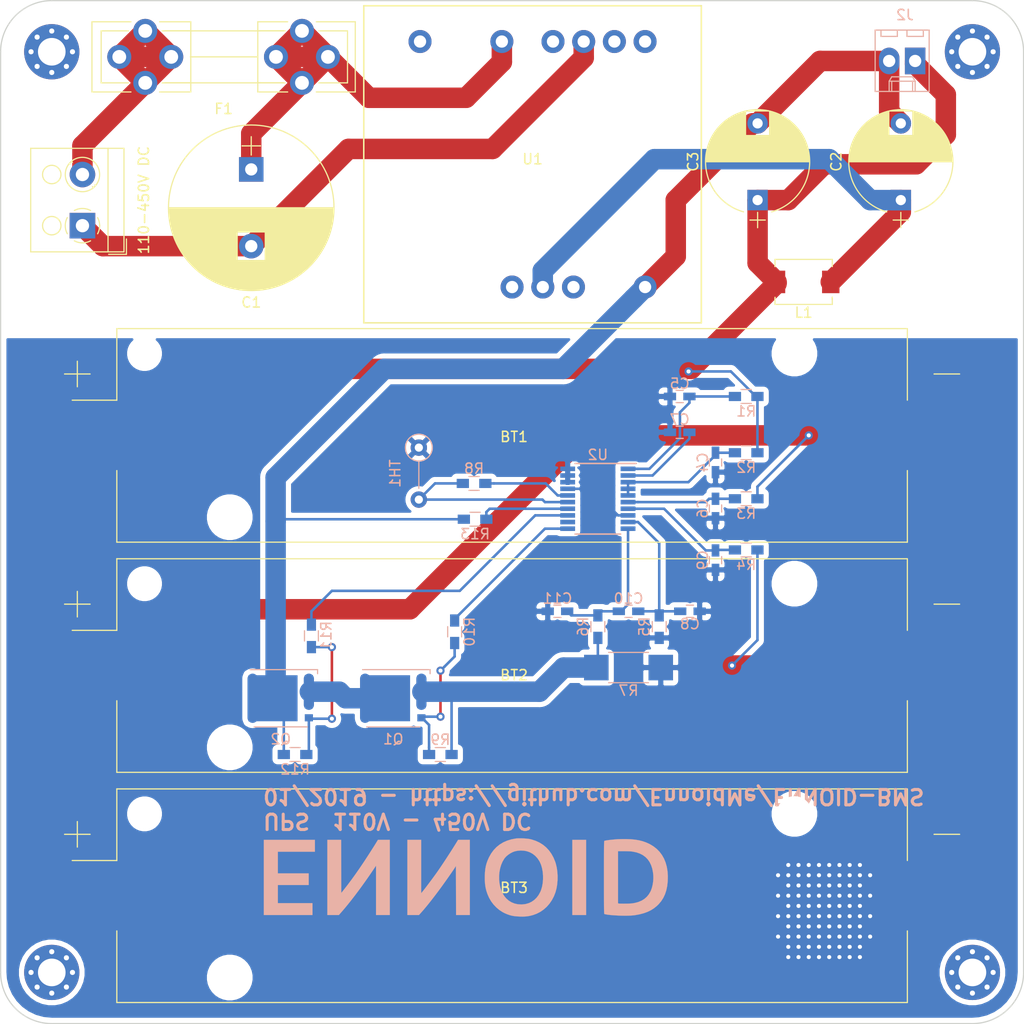
<source format=kicad_pcb>
(kicad_pcb (version 20171130) (host pcbnew 6.0.0-rc1-unknown-5edf350~66~ubuntu18.10.1)
  (layers (0 F.Cu signal) (31 B.Cu signal) (34 B.Paste user) (35 F.Paste user) (36 B.SilkS user) (37 F.SilkS user) (38 B.Mask user) (39 F.Mask user) (44 Edge.Cuts user))
  (net 0 "")
  (net 1 "Net-(BT1-Pad2)")
  (net 2 +12V)
  (net 3 "Net-(BT2-Pad2)")
  (net 4 GND)
  (net 5 "Net-(C1-Pad2)")
  (net 6 "Net-(C1-Pad1)")
  (net 7 "Net-(C2-Pad1)")
  (net 8 "Net-(J3-Pad1)")
  (net 9 "Net-(J4-Pad1)")
  (net 10 "Net-(J5-Pad1)")
  (net 11 "Net-(J6-Pad1)")
  (net 12 "Net-(F1-Pad2)")
  (net 13 GNDREF)
  (net 14 "Net-(C4-Pad1)")
  (net 15 "Net-(C5-Pad1)")
  (net 16 "Net-(C6-Pad1)")
  (net 17 "Net-(C7-Pad1)")
  (net 18 "Net-(C10-Pad1)")
  (net 19 "Net-(C9-Pad1)")
  (net 20 "Net-(C10-Pad2)")
  (net 21 "Net-(Q1-Pad1)")
  (net 22 "Net-(R8-Pad1)")
  (net 23 "Net-(R8-Pad2)")
  (net 24 "Net-(Q1-Pad4)")
  (net 25 "Net-(R10-Pad2)")
  (net 26 "Net-(Q2-Pad4)")
  (net 27 "Net-(R11-Pad2)")
  (net 28 "Net-(R13-Pad2)")
  (net 29 "Net-(Q1-Pad5)")
  (module Battery_Holders:Keystone_1042_1x18650 (layer F.Cu) (at 50 42.5)
    (fp_text reference BT1 (at 0.189999 0.144999) (layer F.SilkS))
    (fp_text value Battery_Cell)
    (pad "" np_thru_hole circle (at -35.93 -8) (size 2.39 2.39) (drill 2.39) (layers *.Cu *.Mask))
    (pad "" np_thru_hole circle (at -27.6 8) (size 3.45 3.45) (drill 3.45) (layers *.Cu *.Mask))
    (pad "" np_thru_hole circle (at 27.6 -8) (size 3.45 3.45) (drill 3.45) (layers *.Cu *.Mask))
    (pad 2 smd rect (at 39.33 0) (size 7.34 6.35) (layers F.Cu F.Paste F.Mask) (net 1 "Net-(BT1-Pad2)"))
    (pad 1 smd rect (at -39.33 0) (size 7.34 6.35) (layers F.Cu F.Paste F.Mask) (net 2 +12V))
  )
  (module Fuse_Holders_and_Fuses:Fuseholder5x20_horiz_open_universal_Type-III (layer F.Cu) (at 32 5.5 180)
    (fp_text reference F1 (at 10.2 -5.08 180) (layer F.SilkS))
    (fp_text value Fuse)
    (pad 1 thru_hole circle (at 2.54 2.54 180) (size 2.35 2.35) (drill 1.35) (layers *.Cu *.Mask) (net 6 "Net-(C1-Pad1)"))
    (pad 1 thru_hole circle (at 2.54 -2.54 180) (size 2.35 2.35) (drill 1.35) (layers *.Cu *.Mask) (net 6 "Net-(C1-Pad1)"))
    (pad 2 thru_hole circle (at 17.86 2.54 180) (size 2.35 2.35) (drill 1.35) (layers *.Cu *.Mask) (net 12 "Net-(F1-Pad2)"))
    (pad 2 thru_hole circle (at 17.86 -2.54 180) (size 2.35 2.35) (drill 1.35) (layers *.Cu *.Mask) (net 12 "Net-(F1-Pad2)"))
    (pad 1 thru_hole circle (at 0 0 180) (size 2.35 2.35) (drill 1.35) (layers *.Cu *.Mask) (net 6 "Net-(C1-Pad1)"))
    (pad 1 thru_hole circle (at 5.08 0 180) (size 2.35 2.35) (drill 1.35) (layers *.Cu *.Mask) (net 6 "Net-(C1-Pad1)"))
    (pad 2 thru_hole circle (at 20.4 0 180) (size 2.35 2.35) (drill 1.35) (layers *.Cu *.Mask) (net 12 "Net-(F1-Pad2)"))
    (pad 2 thru_hole circle (at 15.32 0 180) (size 2.35 2.35) (drill 1.35) (layers *.Cu *.Mask) (net 12 "Net-(F1-Pad2)"))
  )
  (module TerminalBlock_RND:TerminalBlock_RND_205-00001_Pitch5.00mm (layer F.Cu) (at 8 22 90)
    (fp_text reference J1 hide)
    (fp_text value "110-450V DC" (at 2.5 6 90) (layer F.SilkS))
    (pad 1 thru_hole rect (at 0 0 90) (size 2.5 2.5) (drill 1.3) (layers *.Cu *.Mask) (net 5 "Net-(C1-Pad2)"))
    (pad 2 thru_hole circle (at 5 0 90) (size 2.5 2.5) (drill 1.3) (layers *.Cu *.Mask) (net 12 "Net-(F1-Pad2)"))
  )
  (module Battery_Holders:Keystone_1042_1x18650 (layer F.Cu) (at 50 65)
    (fp_text reference BT2 (at 0.189999 0.934999) (layer F.SilkS))
    (fp_text value Battery_Cell)
    (pad 1 smd rect (at -39.33 0) (size 7.34 6.35) (layers F.Cu F.Paste F.Mask) (net 1 "Net-(BT1-Pad2)"))
    (pad 2 smd rect (at 39.33 0) (size 7.34 6.35) (layers F.Cu F.Paste F.Mask) (net 3 "Net-(BT2-Pad2)"))
    (pad "" np_thru_hole circle (at 27.6 -8) (size 3.45 3.45) (drill 3.45) (layers *.Cu *.Mask))
    (pad "" np_thru_hole circle (at -27.6 8) (size 3.45 3.45) (drill 3.45) (layers *.Cu *.Mask))
    (pad "" np_thru_hole circle (at -35.93 -8) (size 2.39 2.39) (drill 2.39) (layers *.Cu *.Mask))
  )
  (module Battery_Holders:Keystone_1042_1x18650 (layer F.Cu) (at 50 87.5)
    (fp_text reference BT3 (at 0.189999 -0.775001) (layer F.SilkS))
    (fp_text value Battery_Cell)
    (pad "" np_thru_hole circle (at -35.93 -8) (size 2.39 2.39) (drill 2.39) (layers *.Cu *.Mask))
    (pad "" np_thru_hole circle (at -27.6 8) (size 3.45 3.45) (drill 3.45) (layers *.Cu *.Mask))
    (pad "" np_thru_hole circle (at 27.6 -8) (size 3.45 3.45) (drill 3.45) (layers *.Cu *.Mask))
    (pad 2 smd rect (at 39.33 0) (size 7.34 6.35) (layers F.Cu F.Paste F.Mask) (net 13 GNDREF))
    (pad 1 smd rect (at -39.33 0) (size 7.34 6.35) (layers F.Cu F.Paste F.Mask) (net 3 "Net-(BT2-Pad2)"))
  )
  (module Capacitors_THT:CP_Radial_D16.0mm_P7.50mm (layer F.Cu) (at 24.5 16.5 270)
    (fp_text reference C1 (at 13 0) (layer F.SilkS))
    (fp_text value "33u 450V")
    (pad 2 thru_hole circle (at 7.5 0 270) (size 2.4 2.4) (drill 1.2) (layers *.Cu *.Mask) (net 5 "Net-(C1-Pad2)"))
    (pad 1 thru_hole rect (at 0 0 270) (size 2.4 2.4) (drill 1.2) (layers *.Cu *.Mask) (net 6 "Net-(C1-Pad1)"))
  )
  (module Capacitors_THT:CP_Radial_D10.0mm_P7.50mm (layer F.Cu) (at 88 19.5 90)
    (fp_text reference C2 (at 3.75 -6.31 90) (layer F.SilkS))
    (fp_text value "220u 35V")
    (pad 2 thru_hole circle (at 7.5 0 90) (size 2 2) (drill 1) (layers *.Cu *.Mask) (net 4 GND))
    (pad 1 thru_hole rect (at 0 0 90) (size 2 2) (drill 1) (layers *.Cu *.Mask) (net 7 "Net-(C2-Pad1)"))
  )
  (module Capacitors_THT:CP_Radial_D10.0mm_P7.50mm (layer F.Cu) (at 74 19.5 90)
    (fp_text reference C3 (at 3.75 -6.31 90) (layer F.SilkS))
    (fp_text value "100u 35V")
    (pad 1 thru_hole rect (at 0 0 90) (size 2 2) (drill 1) (layers *.Cu *.Mask) (net 2 +12V))
    (pad 2 thru_hole circle (at 7.5 0 90) (size 2 2) (drill 1) (layers *.Cu *.Mask) (net 4 GND))
  )
  (module Connectors_Molex:Molex_KK-6410-02_02x2.54mm_Straight (layer B.Cu) (at 89.4 5.9 180)
    (fp_text reference J2 (at 1 4.5 180) (layer B.SilkS) (effects (justify mirror)))
    (fp_text value ExtPower)
    (pad 2 thru_hole oval (at 2.54 0 180) (size 2 2.6) (drill 1.2) (layers *.Cu *.Mask) (net 4 GND))
    (pad 1 thru_hole rect (at 0 0 180) (size 2 2.6) (drill 1.2) (layers *.Cu *.Mask) (net 2 +12V))
  )
  (module ENNOID:TDK_Inductor (layer F.Cu) (at 78.5 27.5 180)
    (fp_text reference L1 (at 0 -3 180) (layer F.SilkS))
    (fp_text value "SRP4020TA-2R2M - 2.2uH 4A")
    (pad 2 smd rect (at 2.65 0 180) (size 1.7 2.2) (layers F.Cu F.Paste F.Mask) (net 2 +12V))
    (pad 1 smd rect (at -2.65 0 180) (size 1.7 2.2) (layers F.Cu F.Paste F.Mask) (net 7 "Net-(C2-Pad1)"))
  )
  (module ENNOID:EPM2405SJ (layer F.Cu) (at 52 16 180)
    (fp_text reference U1 (at 0 0.5 180) (layer F.SilkS))
    (fp_text value EPM2405SJ)
    (pad 4 thru_hole circle (at 2 -12 180) (size 2.25 2.25) (drill 1.2) (layers *.Cu *.Mask))
    (pad 5 thru_hole circle (at -1 -12 180) (size 2.25 2.25) (drill 1.2) (layers *.Cu *.Mask) (net 7 "Net-(C2-Pad1)"))
    (pad 6 thru_hole circle (at -4 -12 180) (size 2.25 2.25) (drill 1.2) (layers *.Cu *.Mask))
    (pad 7 thru_hole circle (at -11 -12 180) (size 2.25 2.25) (drill 1.2) (layers *.Cu *.Mask) (net 4 GND))
    (pad 12 thru_hole circle (at 3 12 180) (size 2.25 2.25) (drill 1.2) (layers *.Cu *.Mask) (net 6 "Net-(C1-Pad1)"))
    (pad 11 thru_hole circle (at -2 12 180) (size 2.25 2.25) (drill 1.2) (layers *.Cu *.Mask))
    (pad 10 thru_hole circle (at -5 12 180) (size 2.25 2.25) (drill 1.2) (layers *.Cu *.Mask) (net 5 "Net-(C1-Pad2)"))
    (pad 9 thru_hole circle (at -8 12 180) (size 2.25 2.25) (drill 1.2) (layers *.Cu *.Mask))
    (pad 8 thru_hole circle (at -11 12 180) (size 2.25 2.25) (drill 1.2) (layers *.Cu *.Mask))
    (pad 14 thru_hole circle (at 11 12 180) (size 2.25 2.25) (drill 1.2) (layers *.Cu *.Mask))
  )
  (module Mounting_Holes:MountingHole_2.7mm_M2.5_Pad_Via (layer F.Cu) (at 5 5)
    (fp_text reference J3 hide)
    (fp_text value Conn_01x01 hide)
    (pad 1 thru_hole circle (at 1.431891 -1.431891) (size 0.8 0.8) (drill 0.5) (layers *.Cu *.Mask) (net 8 "Net-(J3-Pad1)"))
    (pad 1 thru_hole circle (at 0 -2.025) (size 0.8 0.8) (drill 0.5) (layers *.Cu *.Mask) (net 8 "Net-(J3-Pad1)"))
    (pad 1 thru_hole circle (at -1.431891 -1.431891) (size 0.8 0.8) (drill 0.5) (layers *.Cu *.Mask) (net 8 "Net-(J3-Pad1)"))
    (pad 1 thru_hole circle (at -2.025 0) (size 0.8 0.8) (drill 0.5) (layers *.Cu *.Mask) (net 8 "Net-(J3-Pad1)"))
    (pad 1 thru_hole circle (at -1.431891 1.431891) (size 0.8 0.8) (drill 0.5) (layers *.Cu *.Mask) (net 8 "Net-(J3-Pad1)"))
    (pad 1 thru_hole circle (at 0 2.025) (size 0.8 0.8) (drill 0.5) (layers *.Cu *.Mask) (net 8 "Net-(J3-Pad1)"))
    (pad 1 thru_hole circle (at 1.431891 1.431891) (size 0.8 0.8) (drill 0.5) (layers *.Cu *.Mask) (net 8 "Net-(J3-Pad1)"))
    (pad 1 thru_hole circle (at 2.025 0) (size 0.8 0.8) (drill 0.5) (layers *.Cu *.Mask) (net 8 "Net-(J3-Pad1)"))
    (pad 1 thru_hole circle (at 0 0) (size 5.4 5.4) (drill 2.7) (layers *.Cu *.Mask) (net 8 "Net-(J3-Pad1)"))
  )
  (module Mounting_Holes:MountingHole_2.7mm_M2.5_Pad_Via (layer F.Cu) (at 5 95)
    (fp_text reference J4 hide)
    (fp_text value Conn_01x01 hide)
    (pad 1 thru_hole circle (at 0 0) (size 5.4 5.4) (drill 2.7) (layers *.Cu *.Mask) (net 9 "Net-(J4-Pad1)"))
    (pad 1 thru_hole circle (at 2.025 0) (size 0.8 0.8) (drill 0.5) (layers *.Cu *.Mask) (net 9 "Net-(J4-Pad1)"))
    (pad 1 thru_hole circle (at 1.431891 1.431891) (size 0.8 0.8) (drill 0.5) (layers *.Cu *.Mask) (net 9 "Net-(J4-Pad1)"))
    (pad 1 thru_hole circle (at 0 2.025) (size 0.8 0.8) (drill 0.5) (layers *.Cu *.Mask) (net 9 "Net-(J4-Pad1)"))
    (pad 1 thru_hole circle (at -1.431891 1.431891) (size 0.8 0.8) (drill 0.5) (layers *.Cu *.Mask) (net 9 "Net-(J4-Pad1)"))
    (pad 1 thru_hole circle (at -2.025 0) (size 0.8 0.8) (drill 0.5) (layers *.Cu *.Mask) (net 9 "Net-(J4-Pad1)"))
    (pad 1 thru_hole circle (at -1.431891 -1.431891) (size 0.8 0.8) (drill 0.5) (layers *.Cu *.Mask) (net 9 "Net-(J4-Pad1)"))
    (pad 1 thru_hole circle (at 0 -2.025) (size 0.8 0.8) (drill 0.5) (layers *.Cu *.Mask) (net 9 "Net-(J4-Pad1)"))
    (pad 1 thru_hole circle (at 1.431891 -1.431891) (size 0.8 0.8) (drill 0.5) (layers *.Cu *.Mask) (net 9 "Net-(J4-Pad1)"))
  )
  (module Mounting_Holes:MountingHole_2.7mm_M2.5_Pad_Via (layer F.Cu) (at 95 5)
    (fp_text reference J5 hide)
    (fp_text value Conn_01x01 hide)
    (pad 1 thru_hole circle (at 1.431891 -1.431891) (size 0.8 0.8) (drill 0.5) (layers *.Cu *.Mask) (net 10 "Net-(J5-Pad1)"))
    (pad 1 thru_hole circle (at 0 -2.025) (size 0.8 0.8) (drill 0.5) (layers *.Cu *.Mask) (net 10 "Net-(J5-Pad1)"))
    (pad 1 thru_hole circle (at -1.431891 -1.431891) (size 0.8 0.8) (drill 0.5) (layers *.Cu *.Mask) (net 10 "Net-(J5-Pad1)"))
    (pad 1 thru_hole circle (at -2.025 0) (size 0.8 0.8) (drill 0.5) (layers *.Cu *.Mask) (net 10 "Net-(J5-Pad1)"))
    (pad 1 thru_hole circle (at -1.431891 1.431891) (size 0.8 0.8) (drill 0.5) (layers *.Cu *.Mask) (net 10 "Net-(J5-Pad1)"))
    (pad 1 thru_hole circle (at 0 2.025) (size 0.8 0.8) (drill 0.5) (layers *.Cu *.Mask) (net 10 "Net-(J5-Pad1)"))
    (pad 1 thru_hole circle (at 1.431891 1.431891) (size 0.8 0.8) (drill 0.5) (layers *.Cu *.Mask) (net 10 "Net-(J5-Pad1)"))
    (pad 1 thru_hole circle (at 2.025 0) (size 0.8 0.8) (drill 0.5) (layers *.Cu *.Mask) (net 10 "Net-(J5-Pad1)"))
    (pad 1 thru_hole circle (at 0 0) (size 5.4 5.4) (drill 2.7) (layers *.Cu *.Mask) (net 10 "Net-(J5-Pad1)"))
  )
  (module Mounting_Holes:MountingHole_2.7mm_M2.5_Pad_Via (layer F.Cu) (at 95 95)
    (fp_text reference J6 hide)
    (fp_text value Conn_01x01 hide)
    (pad 1 thru_hole circle (at 0 0) (size 5.4 5.4) (drill 2.7) (layers *.Cu *.Mask) (net 11 "Net-(J6-Pad1)"))
    (pad 1 thru_hole circle (at 2.025 0) (size 0.8 0.8) (drill 0.5) (layers *.Cu *.Mask) (net 11 "Net-(J6-Pad1)"))
    (pad 1 thru_hole circle (at 1.431891 1.431891) (size 0.8 0.8) (drill 0.5) (layers *.Cu *.Mask) (net 11 "Net-(J6-Pad1)"))
    (pad 1 thru_hole circle (at 0 2.025) (size 0.8 0.8) (drill 0.5) (layers *.Cu *.Mask) (net 11 "Net-(J6-Pad1)"))
    (pad 1 thru_hole circle (at -1.431891 1.431891) (size 0.8 0.8) (drill 0.5) (layers *.Cu *.Mask) (net 11 "Net-(J6-Pad1)"))
    (pad 1 thru_hole circle (at -2.025 0) (size 0.8 0.8) (drill 0.5) (layers *.Cu *.Mask) (net 11 "Net-(J6-Pad1)"))
    (pad 1 thru_hole circle (at -1.431891 -1.431891) (size 0.8 0.8) (drill 0.5) (layers *.Cu *.Mask) (net 11 "Net-(J6-Pad1)"))
    (pad 1 thru_hole circle (at 0 -2.025) (size 0.8 0.8) (drill 0.5) (layers *.Cu *.Mask) (net 11 "Net-(J6-Pad1)"))
    (pad 1 thru_hole circle (at 1.431891 -1.431891) (size 0.8 0.8) (drill 0.5) (layers *.Cu *.Mask) (net 11 "Net-(J6-Pad1)"))
  )
  (module Capacitors_SMD:C_0603_HandSoldering (layer B.Cu) (at 69.883867 45.14758 270)
    (fp_text reference C4 (at 0 1.25 270) (layer B.SilkS) (effects (justify mirror)))
    (fp_text value 0.1u)
    (pad 1 smd rect (at -0.95 0 270) (size 1.2 0.75) (layers B.Cu B.Paste B.Mask) (net 14 "Net-(C4-Pad1)"))
    (pad 2 smd rect (at 0.95 0 270) (size 1.2 0.75) (layers B.Cu B.Paste B.Mask) (net 13 GNDREF))
  )
  (module Capacitors_SMD:C_0603_HandSoldering (layer B.Cu) (at 66.383867 38.69758 180)
    (fp_text reference C5 (at 0 1.25 180) (layer B.SilkS) (effects (justify mirror)))
    (fp_text value 1u)
    (pad 1 smd rect (at -0.95 0 180) (size 1.2 0.75) (layers B.Cu B.Paste B.Mask) (net 15 "Net-(C5-Pad1)"))
    (pad 2 smd rect (at 0.95 0 180) (size 1.2 0.75) (layers B.Cu B.Paste B.Mask) (net 13 GNDREF))
  )
  (module Capacitors_SMD:C_0603_HandSoldering (layer B.Cu) (at 69.883867 49.64758 270)
    (fp_text reference C6 (at 0 1.25 270) (layer B.SilkS) (effects (justify mirror)))
    (fp_text value 0.1u)
    (pad 2 smd rect (at 0.95 0 270) (size 1.2 0.75) (layers B.Cu B.Paste B.Mask) (net 13 GNDREF))
    (pad 1 smd rect (at -0.95 0 270) (size 1.2 0.75) (layers B.Cu B.Paste B.Mask) (net 16 "Net-(C6-Pad1)"))
  )
  (module Capacitors_SMD:C_0603_HandSoldering (layer B.Cu) (at 66.383867 42.19758 180)
    (fp_text reference C7 (at 0 1.25 180) (layer B.SilkS) (effects (justify mirror)))
    (fp_text value 1u)
    (pad 2 smd rect (at 0.95 0 180) (size 1.2 0.75) (layers B.Cu B.Paste B.Mask) (net 13 GNDREF))
    (pad 1 smd rect (at -0.95 0 180) (size 1.2 0.75) (layers B.Cu B.Paste B.Mask) (net 17 "Net-(C7-Pad1)"))
  )
  (module Capacitors_SMD:C_0603_HandSoldering (layer B.Cu) (at 67.383867 59.69758)
    (fp_text reference C8 (at 0 1.25) (layer B.SilkS) (effects (justify mirror)))
    (fp_text value 0.1u)
    (pad 2 smd rect (at 0.95 0) (size 1.2 0.75) (layers B.Cu B.Paste B.Mask) (net 13 GNDREF))
    (pad 1 smd rect (at -0.95 0) (size 1.2 0.75) (layers B.Cu B.Paste B.Mask) (net 18 "Net-(C10-Pad1)"))
  )
  (module Capacitors_SMD:C_0603_HandSoldering (layer B.Cu) (at 69.883867 54.69758 270)
    (fp_text reference C9 (at 0 1.25 270) (layer B.SilkS) (effects (justify mirror)))
    (fp_text value 0.1u)
    (pad 1 smd rect (at -0.95 0 270) (size 1.2 0.75) (layers B.Cu B.Paste B.Mask) (net 19 "Net-(C9-Pad1)"))
    (pad 2 smd rect (at 0.95 0 270) (size 1.2 0.75) (layers B.Cu B.Paste B.Mask) (net 13 GNDREF))
  )
  (module Capacitors_SMD:C_0603_HandSoldering (layer B.Cu) (at 61.383867 59.69758 180)
    (fp_text reference C10 (at 0 1.25 180) (layer B.SilkS) (effects (justify mirror)))
    (fp_text value 0.1u)
    (pad 2 smd rect (at 0.95 0 180) (size 1.2 0.75) (layers B.Cu B.Paste B.Mask) (net 20 "Net-(C10-Pad2)"))
    (pad 1 smd rect (at -0.95 0 180) (size 1.2 0.75) (layers B.Cu B.Paste B.Mask) (net 18 "Net-(C10-Pad1)"))
  )
  (module Capacitors_SMD:C_0603_HandSoldering (layer B.Cu) (at 54.433867 59.69758 180)
    (fp_text reference C11 (at 0 1.25 180) (layer B.SilkS) (effects (justify mirror)))
    (fp_text value 0.1u)
    (pad 1 smd rect (at -0.95 0 180) (size 1.2 0.75) (layers B.Cu B.Paste B.Mask) (net 20 "Net-(C10-Pad2)"))
    (pad 2 smd rect (at 0.95 0 180) (size 1.2 0.75) (layers B.Cu B.Paste B.Mask) (net 13 GNDREF))
  )
  (module Resistors_SMD:R_0603_HandSoldering (layer B.Cu) (at 72.883867 38.69758)
    (fp_text reference R1 (at 0 1.45) (layer B.SilkS) (effects (justify mirror)))
    (fp_text value 1k)
    (pad 2 smd rect (at 1.1 0) (size 1.2 0.9) (layers B.Cu B.Paste B.Mask) (net 2 +12V))
    (pad 1 smd rect (at -1.1 0) (size 1.2 0.9) (layers B.Cu B.Paste B.Mask) (net 15 "Net-(C5-Pad1)"))
  )
  (module Resistors_SMD:R_0603_HandSoldering (layer B.Cu) (at 72.883867 44.19758)
    (fp_text reference R2 (at 0 1.45) (layer B.SilkS) (effects (justify mirror)))
    (fp_text value 1k)
    (pad 1 smd rect (at -1.1 0) (size 1.2 0.9) (layers B.Cu B.Paste B.Mask) (net 14 "Net-(C4-Pad1)"))
    (pad 2 smd rect (at 1.1 0) (size 1.2 0.9) (layers B.Cu B.Paste B.Mask) (net 2 +12V))
  )
  (module Resistors_SMD:R_0603_HandSoldering (layer B.Cu) (at 72.883867 48.69758)
    (fp_text reference R3 (at 0 1.45) (layer B.SilkS) (effects (justify mirror)))
    (fp_text value 1k)
    (pad 2 smd rect (at 1.1 0) (size 1.2 0.9) (layers B.Cu B.Paste B.Mask) (net 1 "Net-(BT1-Pad2)"))
    (pad 1 smd rect (at -1.1 0) (size 1.2 0.9) (layers B.Cu B.Paste B.Mask) (net 16 "Net-(C6-Pad1)"))
  )
  (module Resistors_SMD:R_0603_HandSoldering (layer B.Cu) (at 72.883867 53.69758)
    (fp_text reference R4 (at 0 1.45) (layer B.SilkS) (effects (justify mirror)))
    (fp_text value 1k)
    (pad 1 smd rect (at -1.1 0) (size 1.2 0.9) (layers B.Cu B.Paste B.Mask) (net 19 "Net-(C9-Pad1)"))
    (pad 2 smd rect (at 1.1 0) (size 1.2 0.9) (layers B.Cu B.Paste B.Mask) (net 3 "Net-(BT2-Pad2)"))
  )
  (module Resistors_SMD:R_0603_HandSoldering (layer B.Cu) (at 64.383867 61.19758 270)
    (fp_text reference R5 (at 0 1.45 270) (layer B.SilkS) (effects (justify mirror)))
    (fp_text value 100)
    (pad 2 smd rect (at 1.1 0 270) (size 1.2 0.9) (layers B.Cu B.Paste B.Mask) (net 13 GNDREF))
    (pad 1 smd rect (at -1.1 0 270) (size 1.2 0.9) (layers B.Cu B.Paste B.Mask) (net 18 "Net-(C10-Pad1)"))
  )
  (module Resistors_SMD:R_0603_HandSoldering (layer B.Cu) (at 58.383867 61.19758 270)
    (fp_text reference R6 (at 0 1.45 270) (layer B.SilkS) (effects (justify mirror)))
    (fp_text value 100)
    (pad 2 smd rect (at 1.1 0 270) (size 1.2 0.9) (layers B.Cu B.Paste B.Mask) (net 21 "Net-(Q1-Pad1)"))
    (pad 1 smd rect (at -1.1 0 270) (size 1.2 0.9) (layers B.Cu B.Paste B.Mask) (net 20 "Net-(C10-Pad2)"))
  )
  (module Resistors_SMD:R_2010_HandSoldering (layer B.Cu) (at 61.383867 65.19758)
    (fp_text reference R7 (at 0 2.25) (layer B.SilkS) (effects (justify mirror)))
    (fp_text value 0.01)
    (pad 2 smd rect (at 3.15 0) (size 2.4 2.5) (layers B.Cu B.Paste B.Mask) (net 13 GNDREF))
    (pad 1 smd rect (at -3.15 0) (size 2.4 2.5) (layers B.Cu B.Paste B.Mask) (net 21 "Net-(Q1-Pad1)"))
  )
  (module Resistors_SMD:R_0603_HandSoldering (layer B.Cu) (at 46.283867 47.19758 180)
    (fp_text reference R8 (at 0 1.45 180) (layer B.SilkS) (effects (justify mirror)))
    (fp_text value 10k)
    (pad 1 smd rect (at -1.1 0 180) (size 1.2 0.9) (layers B.Cu B.Paste B.Mask) (net 22 "Net-(R8-Pad1)"))
    (pad 2 smd rect (at 1.1 0 180) (size 1.2 0.9) (layers B.Cu B.Paste B.Mask) (net 23 "Net-(R8-Pad2)"))
  )
  (module Resistors_SMD:R_0603_HandSoldering (layer B.Cu) (at 42.983867 73.69758 180)
    (fp_text reference R9 (at 0 1.45 180) (layer B.SilkS) (effects (justify mirror)))
    (fp_text value 1M)
    (pad 1 smd rect (at -1.1 0 180) (size 1.2 0.9) (layers B.Cu B.Paste B.Mask) (net 21 "Net-(Q1-Pad1)"))
    (pad 2 smd rect (at 1.1 0 180) (size 1.2 0.9) (layers B.Cu B.Paste B.Mask) (net 24 "Net-(Q1-Pad4)"))
  )
  (module Resistors_SMD:R_0603_HandSoldering (layer B.Cu) (at 44.383867 61.69758 90)
    (fp_text reference R10 (at 0 1.45 90) (layer B.SilkS) (effects (justify mirror)))
    (fp_text value 5.1k)
    (pad 2 smd rect (at 1.1 0 90) (size 1.2 0.9) (layers B.Cu B.Paste B.Mask) (net 25 "Net-(R10-Pad2)"))
    (pad 1 smd rect (at -1.1 0 90) (size 1.2 0.9) (layers B.Cu B.Paste B.Mask) (net 24 "Net-(Q1-Pad4)"))
  )
  (module Resistors_SMD:R_0603_HandSoldering (layer B.Cu) (at 30.383867 62.09758 90)
    (fp_text reference R11 (at 0 1.45 90) (layer B.SilkS) (effects (justify mirror)))
    (fp_text value 5.1k)
    (pad 1 smd rect (at -1.1 0 90) (size 1.2 0.9) (layers B.Cu B.Paste B.Mask) (net 26 "Net-(Q2-Pad4)"))
    (pad 2 smd rect (at 1.1 0 90) (size 1.2 0.9) (layers B.Cu B.Paste B.Mask) (net 27 "Net-(R11-Pad2)"))
  )
  (module Resistors_SMD:R_0603_HandSoldering (layer B.Cu) (at 28.783867 73.69758)
    (fp_text reference R12 (at 0 1.45) (layer B.SilkS) (effects (justify mirror)))
    (fp_text value 3M)
    (pad 1 smd rect (at -1.1 0) (size 1.2 0.9) (layers B.Cu B.Paste B.Mask) (net 4 GND))
    (pad 2 smd rect (at 1.1 0) (size 1.2 0.9) (layers B.Cu B.Paste B.Mask) (net 26 "Net-(Q2-Pad4)"))
  )
  (module Resistors_SMD:R_0603_HandSoldering (layer B.Cu) (at 46.383867 50.69758)
    (fp_text reference R13 (at 0 1.45) (layer B.SilkS) (effects (justify mirror)))
    (fp_text value 470k)
    (pad 2 smd rect (at 1.1 0) (size 1.2 0.9) (layers B.Cu B.Paste B.Mask) (net 28 "Net-(R13-Pad2)"))
    (pad 1 smd rect (at -1.1 0) (size 1.2 0.9) (layers B.Cu B.Paste B.Mask) (net 4 GND))
  )
  (module Resistors_THT:R_Axial_DIN0207_L6.3mm_D2.5mm_P5.08mm_Vertical (layer B.Cu) (at 40.883867 43.69758 270)
    (fp_text reference TH1 (at 2.54 2.31 270) (layer B.SilkS) (effects (justify mirror)))
    (fp_text value "Thermistor 10k")
    (pad 2 thru_hole oval (at 5.08 0 270) (size 1.6 1.6) (drill 0.8) (layers *.Cu *.Mask) (net 23 "Net-(R8-Pad2)"))
    (pad 1 thru_hole circle (at 0 0 270) (size 1.6 1.6) (drill 0.8) (layers *.Cu *.Mask) (net 13 GNDREF))
  )
  (module Housings_SSOP:TSSOP-20_4.4x6.5mm_Pitch0.65mm (layer B.Cu) (at 58.383867 48.69758 180)
    (fp_text reference U2 (at 0 4.3 180) (layer B.SilkS) (effects (justify mirror)))
    (fp_text value BQ77904)
    (pad 20 smd rect (at 2.95 2.925 180) (size 1.45 0.45) (layers B.Cu B.Paste B.Mask) (net 13 GNDREF))
    (pad 19 smd rect (at 2.95 2.275 180) (size 1.45 0.45) (layers B.Cu B.Paste B.Mask) (net 13 GNDREF))
    (pad 18 smd rect (at 2.95 1.625 180) (size 1.45 0.45) (layers B.Cu B.Paste B.Mask) (net 13 GNDREF))
    (pad 17 smd rect (at 2.95 0.975 180) (size 1.45 0.45) (layers B.Cu B.Paste B.Mask) (net 13 GNDREF))
    (pad 16 smd rect (at 2.95 0.325 180) (size 1.45 0.45) (layers B.Cu B.Paste B.Mask) (net 22 "Net-(R8-Pad1)"))
    (pad 15 smd rect (at 2.95 -0.325 180) (size 1.45 0.45) (layers B.Cu B.Paste B.Mask) (net 23 "Net-(R8-Pad2)"))
    (pad 14 smd rect (at 2.95 -0.975 180) (size 1.45 0.45) (layers B.Cu B.Paste B.Mask) (net 28 "Net-(R13-Pad2)"))
    (pad 13 smd rect (at 2.95 -1.625 180) (size 1.45 0.45) (layers B.Cu B.Paste B.Mask) (net 27 "Net-(R11-Pad2)"))
    (pad 12 smd rect (at 2.95 -2.275 180) (size 1.45 0.45) (layers B.Cu B.Paste B.Mask))
    (pad 11 smd rect (at 2.95 -2.925 180) (size 1.45 0.45) (layers B.Cu B.Paste B.Mask) (net 25 "Net-(R10-Pad2)"))
    (pad 10 smd rect (at -2.95 -2.925 180) (size 1.45 0.45) (layers B.Cu B.Paste B.Mask) (net 20 "Net-(C10-Pad2)"))
    (pad 9 smd rect (at -2.95 -2.275 180) (size 1.45 0.45) (layers B.Cu B.Paste B.Mask) (net 18 "Net-(C10-Pad1)"))
    (pad 8 smd rect (at -2.95 -1.625 180) (size 1.45 0.45) (layers B.Cu B.Paste B.Mask) (net 13 GNDREF))
    (pad 7 smd rect (at -2.95 -0.975 180) (size 1.45 0.45) (layers B.Cu B.Paste B.Mask) (net 19 "Net-(C9-Pad1)"))
    (pad 6 smd rect (at -2.95 -0.325 180) (size 1.45 0.45) (layers B.Cu B.Paste B.Mask) (net 16 "Net-(C6-Pad1)"))
    (pad 5 smd rect (at -2.95 0.325 180) (size 1.45 0.45) (layers B.Cu B.Paste B.Mask) (net 14 "Net-(C4-Pad1)"))
    (pad 4 smd rect (at -2.95 0.975 180) (size 1.45 0.45) (layers B.Cu B.Paste B.Mask) (net 14 "Net-(C4-Pad1)"))
    (pad 3 smd rect (at -2.95 1.625 180) (size 1.45 0.45) (layers B.Cu B.Paste B.Mask) (net 14 "Net-(C4-Pad1)"))
    (pad 2 smd rect (at -2.95 2.275 180) (size 1.45 0.45) (layers B.Cu B.Paste B.Mask) (net 17 "Net-(C7-Pad1)"))
    (pad 1 smd rect (at -2.95 2.925 180) (size 1.45 0.45) (layers B.Cu B.Paste B.Mask) (net 15 "Net-(C5-Pad1)"))
  )
  (module TO_SOT_Packages_SMD:TDSON-8-1 (layer B.Cu) (at 38.383867 68.19758 180)
    (fp_text reference Q1 (at 0 -4 180) (layer B.SilkS) (effects (justify mirror)))
    (fp_text value CSD18534Q5A)
    (pad 1 smd rect (at -2.75 1.91 270) (size 0.7 0.8) (layers B.Cu B.Paste B.Mask) (net 21 "Net-(Q1-Pad1)"))
    (pad 2 smd rect (at -2.75 0.64 270) (size 0.7 0.8) (layers B.Cu B.Paste B.Mask) (net 21 "Net-(Q1-Pad1)"))
    (pad 3 smd rect (at -2.75 -0.64 270) (size 0.7 0.8) (layers B.Cu B.Paste B.Mask) (net 21 "Net-(Q1-Pad1)"))
    (pad 4 smd rect (at -2.75 -1.91 270) (size 0.7 0.8) (layers B.Cu B.Paste B.Mask) (net 24 "Net-(Q1-Pad4)"))
    (pad 5 smd rect (at 2.75 -1.91 270) (size 0.7 0.8) (layers B.Cu B.Paste B.Mask) (net 29 "Net-(Q1-Pad5)"))
    (pad 5 smd rect (at 2.75 -0.64 270) (size 0.7 0.8) (layers B.Cu B.Paste B.Mask) (net 29 "Net-(Q1-Pad5)"))
    (pad 5 smd rect (at 2.75 0.64 270) (size 0.7 0.8) (layers B.Cu B.Paste B.Mask) (net 29 "Net-(Q1-Pad5)"))
    (pad 5 smd rect (at 2.75 1.91 270) (size 0.7 0.8) (layers B.Cu B.Paste B.Mask) (net 29 "Net-(Q1-Pad5)"))
    (pad 5 smd rect (at 0.5 0 270) (size 4.5 4.29) (layers B.Cu B.Paste B.Mask) (net 29 "Net-(Q1-Pad5)"))
    (pad 5 smd rect (at 1.25 1.09 270) (size 1.55 1.6) (layers B.Cu B.Paste B.Mask) (net 29 "Net-(Q1-Pad5)"))
    (pad 5 smd rect (at 1.25 -1.09 270) (size 1.55 1.6) (layers B.Cu B.Paste B.Mask) (net 29 "Net-(Q1-Pad5)"))
    (pad 5 smd rect (at -0.75 1.09 270) (size 1.55 1.2) (layers B.Cu B.Paste B.Mask) (net 29 "Net-(Q1-Pad5)"))
    (pad 5 smd rect (at -0.75 -1.09 270) (size 1.55 1.2) (layers B.Cu B.Paste B.Mask) (net 29 "Net-(Q1-Pad5)"))
  )
  (module TO_SOT_Packages_SMD:TDSON-8-1 (layer B.Cu) (at 27.383867 68.19758 180)
    (fp_text reference Q2 (at 0 -4 180) (layer B.SilkS) (effects (justify mirror)))
    (fp_text value CSD18534Q5A)
    (pad 5 smd rect (at -0.75 -1.09 270) (size 1.55 1.2) (layers B.Cu B.Paste B.Mask) (net 4 GND))
    (pad 5 smd rect (at -0.75 1.09 270) (size 1.55 1.2) (layers B.Cu B.Paste B.Mask) (net 4 GND))
    (pad 5 smd rect (at 1.25 -1.09 270) (size 1.55 1.6) (layers B.Cu B.Paste B.Mask) (net 4 GND))
    (pad 5 smd rect (at 1.25 1.09 270) (size 1.55 1.6) (layers B.Cu B.Paste B.Mask) (net 4 GND))
    (pad 5 smd rect (at 0.5 0 270) (size 4.5 4.29) (layers B.Cu B.Paste B.Mask) (net 4 GND))
    (pad 5 smd rect (at 2.75 1.91 270) (size 0.7 0.8) (layers B.Cu B.Paste B.Mask) (net 4 GND))
    (pad 5 smd rect (at 2.75 0.64 270) (size 0.7 0.8) (layers B.Cu B.Paste B.Mask) (net 4 GND))
    (pad 5 smd rect (at 2.75 -0.64 270) (size 0.7 0.8) (layers B.Cu B.Paste B.Mask) (net 4 GND))
    (pad 5 smd rect (at 2.75 -1.91 270) (size 0.7 0.8) (layers B.Cu B.Paste B.Mask) (net 4 GND))
    (pad 4 smd rect (at -2.75 -1.91 270) (size 0.7 0.8) (layers B.Cu B.Paste B.Mask) (net 26 "Net-(Q2-Pad4)"))
    (pad 3 smd rect (at -2.75 -0.64 270) (size 0.7 0.8) (layers B.Cu B.Paste B.Mask) (net 29 "Net-(Q1-Pad5)"))
    (pad 2 smd rect (at -2.75 0.64 270) (size 0.7 0.8) (layers B.Cu B.Paste B.Mask) (net 29 "Net-(Q1-Pad5)"))
    (pad 1 smd rect (at -2.75 1.91 270) (size 0.7 0.8) (layers B.Cu B.Paste B.Mask) (net 29 "Net-(Q1-Pad5)"))
  )
  (module ENNOID:ENNOID-LOGO (layer B.Cu) (at 45.5 85)
    (fp_text reference LOGO1 hide)
    (fp_text value Logo_Open_Hardware_Small hide)
  )
  (gr_text "UPS  110V - 450V DC \n01/2019 - https://github.com/EnnoidMe/ENNOID-BMS" (at 25.5 79 180) (layer B.SilkS) (effects (font (size 1.5 1.5) (thickness 0.3)) (justify left mirror)))
  (gr_arc (start 95 95) (end 95 100) (angle -90) (layer Edge.Cuts) (width 0.12))
  (gr_arc (start 5 95) (end 0 95) (angle -90) (layer Edge.Cuts) (width 0.12))
  (gr_arc (start 5 5) (end 5 0) (angle -90) (layer Edge.Cuts) (width 0.12))
  (gr_arc (start 95 5) (end 100 5) (angle -90) (layer Edge.Cuts) (width 0.12))
  (gr_line (start 100 5) (end 100 95) (layer Edge.Cuts) (width 0.12))
  (gr_line (start 0 5) (end 0 95) (layer Edge.Cuts) (width 0.12))
  (gr_line (start 5 100) (end 95 100) (layer Edge.Cuts) (width 0.12))
  (gr_line (start 5 0) (end 95 0) (layer Edge.Cuts) (width 0.12))
  (via (at 79 42.5) (size 0.8) (drill 0.4) (layers F.Cu B.Cu) (net 1))
  (segment (start 73.983867 47.516133) (end 79 42.5) (width 0.25) (layer B.Cu) (net 1))
  (segment (start 73.983867 48.69758) (end 73.983867 47.516133) (width 0.25) (layer B.Cu) (net 1))
  (segment (start 89.33 42.5) (end 79 42.5) (width 2) (layer F.Cu) (net 1))
  (segment (start 79 42.5) (end 57 42.5) (width 2) (layer F.Cu) (net 1))
  (segment (start 57 42.5) (end 40 59.5) (width 2) (layer F.Cu) (net 1))
  (segment (start 16.34 65) (end 10.67 65) (width 2) (layer F.Cu) (net 1))
  (segment (start 40 59.5) (end 21.84 59.5) (width 2) (layer F.Cu) (net 1))
  (segment (start 21.84 59.5) (end 16.34 65) (width 2) (layer F.Cu) (net 1))
  (segment (start 73.983867 38.69758) (end 73.983867 44.19758) (width 0.25) (layer B.Cu) (net 2))
  (segment (start 73.983867 19.516133) (end 74 19.5) (width 0.25) (layer B.Cu) (net 2))
  (segment (start 71.386287 36.25) (end 67.25 36.25) (width 0.25) (layer B.Cu) (net 2))
  (segment (start 73.833867 38.69758) (end 71.386287 36.25) (width 0.25) (layer B.Cu) (net 2))
  (segment (start 73.983867 38.69758) (end 73.833867 38.69758) (width 0.25) (layer B.Cu) (net 2))
  (via (at 67.25 36.25) (size 0.8) (drill 0.4) (layers F.Cu B.Cu) (net 2))
  (segment (start 75.85 27.65) (end 75.85 27.5) (width 2) (layer F.Cu) (net 2))
  (segment (start 67.5 36) (end 75.85 27.65) (width 2) (layer F.Cu) (net 2))
  (segment (start 30.5 36) (end 67.5 36) (width 2) (layer F.Cu) (net 2))
  (segment (start 10.67 42.5) (end 24 42.5) (width 2) (layer F.Cu) (net 2))
  (segment (start 24 42.5) (end 30.5 36) (width 2) (layer F.Cu) (net 2))
  (segment (start 74 25.65) (end 75.85 27.5) (width 2) (layer F.Cu) (net 2))
  (segment (start 74 19.5) (end 74 25.65) (width 2) (layer F.Cu) (net 2))
  (segment (start 89.4 6.2) (end 89.4 5.9) (width 2) (layer F.Cu) (net 2))
  (segment (start 80.5 16) (end 89.5 16) (width 2) (layer F.Cu) (net 2))
  (segment (start 74 19.5) (end 77 19.5) (width 2) (layer F.Cu) (net 2))
  (segment (start 92.4 13.1) (end 92.4 9.2) (width 2) (layer F.Cu) (net 2))
  (segment (start 77 19.5) (end 80.5 16) (width 2) (layer F.Cu) (net 2))
  (segment (start 89.5 16) (end 92.4 13.1) (width 2) (layer F.Cu) (net 2))
  (segment (start 92.4 9.2) (end 89.4 6.2) (width 2) (layer F.Cu) (net 2))
  (via (at 71.5 65) (size 0.8) (drill 0.4) (layers F.Cu B.Cu) (net 3))
  (segment (start 73.983867 53.69758) (end 73.983867 62.516133) (width 0.25) (layer B.Cu) (net 3))
  (segment (start 73.983867 62.516133) (end 71.5 65) (width 0.25) (layer B.Cu) (net 3))
  (segment (start 89.33 65) (end 71.5 65) (width 2) (layer F.Cu) (net 3))
  (segment (start 71.5 65) (end 69.5 65) (width 2) (layer F.Cu) (net 3))
  (segment (start 47 87.5) (end 10.67 87.5) (width 2) (layer F.Cu) (net 3))
  (segment (start 69.5 65) (end 47 87.5) (width 2) (layer F.Cu) (net 3))
  (segment (start 27.683867 68.99758) (end 26.883867 68.19758) (width 0.25) (layer B.Cu) (net 4))
  (segment (start 27.683867 73.69758) (end 27.683867 68.99758) (width 0.25) (layer B.Cu) (net 4))
  (segment (start 61.875001 29.124999) (end 63 28) (width 2) (layer B.Cu) (net 4))
  (segment (start 55 36) (end 61.875001 29.124999) (width 2) (layer B.Cu) (net 4))
  (segment (start 37.5 36) (end 55 36) (width 2) (layer B.Cu) (net 4))
  (segment (start 26.883867 46.616133) (end 37.5 36) (width 2) (layer B.Cu) (net 4))
  (segment (start 27.070154 50.69758) (end 26.883867 50.883867) (width 0.25) (layer B.Cu) (net 4))
  (segment (start 45.283867 50.69758) (end 27.070154 50.69758) (width 0.25) (layer B.Cu) (net 4))
  (segment (start 26.883867 68.19758) (end 26.883867 50.883867) (width 2) (layer B.Cu) (net 4))
  (segment (start 26.883867 50.883867) (end 26.883867 46.616133) (width 2) (layer B.Cu) (net 4))
  (segment (start 66 25) (end 63 28) (width 2) (layer F.Cu) (net 4))
  (segment (start 66 19.5) (end 66 25) (width 2) (layer F.Cu) (net 4))
  (segment (start 74 12) (end 73.5 12) (width 2) (layer F.Cu) (net 4))
  (segment (start 73.5 12) (end 66 19.5) (width 2) (layer F.Cu) (net 4))
  (segment (start 86.86 10.86) (end 88 12) (width 2) (layer F.Cu) (net 4))
  (segment (start 86.86 5.9) (end 86.86 10.86) (width 2) (layer F.Cu) (net 4))
  (segment (start 80.1 5.9) (end 74 12) (width 2) (layer F.Cu) (net 4))
  (segment (start 86.86 5.9) (end 80.1 5.9) (width 2) (layer F.Cu) (net 4))
  (segment (start 24.633867 66.28758) (end 24.633867 70.10758) (width 1) (layer B.Cu) (net 4))
  (segment (start 26.243867 67.55758) (end 26.883867 68.19758) (width 1) (layer B.Cu) (net 4))
  (segment (start 24.633867 67.55758) (end 26.243867 67.55758) (width 1) (layer B.Cu) (net 4))
  (segment (start 48.09099 14.5) (end 34 14.5) (width 2) (layer F.Cu) (net 5))
  (segment (start 57 4) (end 57 5.59099) (width 2) (layer F.Cu) (net 5))
  (segment (start 34 14.5) (end 24.5 24) (width 2) (layer F.Cu) (net 5))
  (segment (start 57 5.59099) (end 48.09099 14.5) (width 2) (layer F.Cu) (net 5))
  (segment (start 10 24) (end 24.5 24) (width 2) (layer F.Cu) (net 5))
  (segment (start 8 22) (end 10 24) (width 2) (layer F.Cu) (net 5))
  (segment (start 24.5 13) (end 29.46 8.04) (width 2) (layer F.Cu) (net 6))
  (segment (start 24.5 16.5) (end 24.5 13) (width 2) (layer F.Cu) (net 6))
  (segment (start 26.92 5.5) (end 32 5.5) (width 2) (layer F.Cu) (net 6))
  (segment (start 29.46 8.04) (end 32 5.5) (width 2) (layer F.Cu) (net 6))
  (segment (start 29.46 8.04) (end 26.92 5.5) (width 2) (layer F.Cu) (net 6))
  (segment (start 26.92 5.5) (end 29.46 2.96) (width 2) (layer F.Cu) (net 6))
  (segment (start 29.46 2.96) (end 32 5.5) (width 2) (layer F.Cu) (net 6))
  (segment (start 49 6) (end 49 4) (width 2) (layer F.Cu) (net 6))
  (segment (start 45.5 9.5) (end 49 6) (width 2) (layer F.Cu) (net 6))
  (segment (start 32 5.5) (end 36 9.5) (width 2) (layer F.Cu) (net 6))
  (segment (start 36 9.5) (end 45.5 9.5) (width 2) (layer F.Cu) (net 6))
  (segment (start 81 15.5) (end 85 19.5) (width 2) (layer B.Cu) (net 7))
  (segment (start 63.90901 15.5) (end 81 15.5) (width 2) (layer B.Cu) (net 7))
  (segment (start 53 28) (end 53 26.40901) (width 2) (layer B.Cu) (net 7))
  (segment (start 85 19.5) (end 88 19.5) (width 2) (layer B.Cu) (net 7))
  (segment (start 53 26.40901) (end 63.90901 15.5) (width 2) (layer B.Cu) (net 7))
  (segment (start 88 20.65) (end 81.15 27.5) (width 2) (layer F.Cu) (net 7))
  (segment (start 88 19.5) (end 88 20.65) (width 2) (layer F.Cu) (net 7))
  (segment (start 11.6 5.5) (end 14.14 8.04) (width 2) (layer F.Cu) (net 12))
  (segment (start 14.14 8.04) (end 16.68 5.5) (width 2) (layer F.Cu) (net 12))
  (segment (start 16.68 5.5) (end 14.14 2.96) (width 2) (layer F.Cu) (net 12))
  (segment (start 11.6 5.5) (end 16.68 5.5) (width 2) (layer F.Cu) (net 12))
  (segment (start 14.14 2.96) (end 11.6 5.5) (width 2) (layer F.Cu) (net 12))
  (segment (start 8 14.18) (end 14.14 8.04) (width 2) (layer F.Cu) (net 12))
  (segment (start 8 17) (end 8 14.18) (width 2) (layer F.Cu) (net 12))
  (via (at 77 84.5) (size 0.8) (drill 0.4) (layers F.Cu B.Cu) (net 13))
  (via (at 78 84.5) (size 0.8) (drill 0.4) (layers F.Cu B.Cu) (net 13))
  (via (at 79 84.5) (size 0.8) (drill 0.4) (layers F.Cu B.Cu) (net 13))
  (via (at 80 84.5) (size 0.8) (drill 0.4) (layers F.Cu B.Cu) (net 13))
  (via (at 81 84.5) (size 0.8) (drill 0.4) (layers F.Cu B.Cu) (net 13))
  (via (at 82 84.5) (size 0.8) (drill 0.4) (layers F.Cu B.Cu) (net 13))
  (via (at 83 84.5) (size 0.8) (drill 0.4) (layers F.Cu B.Cu) (net 13))
  (via (at 84 84.5) (size 0.8) (drill 0.4) (layers F.Cu B.Cu) (net 13))
  (via (at 76 85.5) (size 0.8) (drill 0.4) (layers F.Cu B.Cu) (net 13))
  (via (at 77 85.5) (size 0.8) (drill 0.4) (layers F.Cu B.Cu) (net 13))
  (via (at 78 85.5) (size 0.8) (drill 0.4) (layers F.Cu B.Cu) (net 13))
  (via (at 79 85.5) (size 0.8) (drill 0.4) (layers F.Cu B.Cu) (net 13))
  (via (at 80 85.5) (size 0.8) (drill 0.4) (layers F.Cu B.Cu) (net 13))
  (via (at 81 85.5) (size 0.8) (drill 0.4) (layers F.Cu B.Cu) (net 13))
  (via (at 82 85.5) (size 0.8) (drill 0.4) (layers F.Cu B.Cu) (net 13))
  (via (at 83 85.5) (size 0.8) (drill 0.4) (layers F.Cu B.Cu) (net 13))
  (via (at 84 85.5) (size 0.8) (drill 0.4) (layers F.Cu B.Cu) (net 13))
  (via (at 85 85.5) (size 0.8) (drill 0.4) (layers F.Cu B.Cu) (net 13))
  (via (at 77 86.5) (size 0.8) (drill 0.4) (layers F.Cu B.Cu) (net 13))
  (via (at 78 86.5) (size 0.8) (drill 0.4) (layers F.Cu B.Cu) (net 13))
  (via (at 79 86.5) (size 0.8) (drill 0.4) (layers F.Cu B.Cu) (net 13))
  (via (at 80 86.5) (size 0.8) (drill 0.4) (layers F.Cu B.Cu) (net 13))
  (via (at 81 86.5) (size 0.8) (drill 0.4) (layers F.Cu B.Cu) (net 13))
  (via (at 82 86.5) (size 0.8) (drill 0.4) (layers F.Cu B.Cu) (net 13))
  (via (at 83 86.5) (size 0.8) (drill 0.4) (layers F.Cu B.Cu) (net 13))
  (via (at 84 86.5) (size 0.8) (drill 0.4) (layers F.Cu B.Cu) (net 13))
  (via (at 76 87.5) (size 0.8) (drill 0.4) (layers F.Cu B.Cu) (net 13))
  (via (at 77 87.5) (size 0.8) (drill 0.4) (layers F.Cu B.Cu) (net 13))
  (via (at 78 87.5) (size 0.8) (drill 0.4) (layers F.Cu B.Cu) (net 13))
  (via (at 79 87.5) (size 0.8) (drill 0.4) (layers F.Cu B.Cu) (net 13))
  (via (at 80 87.5) (size 0.8) (drill 0.4) (layers F.Cu B.Cu) (net 13))
  (via (at 81 87.5) (size 0.8) (drill 0.4) (layers F.Cu B.Cu) (net 13))
  (via (at 82 87.5) (size 0.8) (drill 0.4) (layers F.Cu B.Cu) (net 13))
  (via (at 83 87.5) (size 0.8) (drill 0.4) (layers F.Cu B.Cu) (net 13))
  (via (at 84 87.5) (size 0.8) (drill 0.4) (layers F.Cu B.Cu) (net 13))
  (via (at 85 87.5) (size 0.8) (drill 0.4) (layers F.Cu B.Cu) (net 13))
  (via (at 77 88.5) (size 0.8) (drill 0.4) (layers F.Cu B.Cu) (net 13))
  (via (at 78 88.5) (size 0.8) (drill 0.4) (layers F.Cu B.Cu) (net 13))
  (via (at 79 88.5) (size 0.8) (drill 0.4) (layers F.Cu B.Cu) (net 13))
  (via (at 80 88.5) (size 0.8) (drill 0.4) (layers F.Cu B.Cu) (net 13))
  (via (at 81 88.5) (size 0.8) (drill 0.4) (layers F.Cu B.Cu) (net 13))
  (via (at 82 88.5) (size 0.8) (drill 0.4) (layers F.Cu B.Cu) (net 13))
  (via (at 83 88.5) (size 0.8) (drill 0.4) (layers F.Cu B.Cu) (net 13))
  (via (at 84 88.5) (size 0.8) (drill 0.4) (layers F.Cu B.Cu) (net 13))
  (via (at 76 89.5) (size 0.8) (drill 0.4) (layers F.Cu B.Cu) (net 13))
  (via (at 77 89.5) (size 0.8) (drill 0.4) (layers F.Cu B.Cu) (net 13))
  (via (at 78 89.5) (size 0.8) (drill 0.4) (layers F.Cu B.Cu) (net 13))
  (via (at 79 89.5) (size 0.8) (drill 0.4) (layers F.Cu B.Cu) (net 13))
  (via (at 80 89.5) (size 0.8) (drill 0.4) (layers F.Cu B.Cu) (net 13))
  (via (at 81 89.5) (size 0.8) (drill 0.4) (layers F.Cu B.Cu) (net 13))
  (via (at 82 89.5) (size 0.8) (drill 0.4) (layers F.Cu B.Cu) (net 13))
  (via (at 83 89.5) (size 0.8) (drill 0.4) (layers F.Cu B.Cu) (net 13))
  (via (at 84 89.5) (size 0.8) (drill 0.4) (layers F.Cu B.Cu) (net 13))
  (via (at 85 89.5) (size 0.8) (drill 0.4) (layers F.Cu B.Cu) (net 13))
  (via (at 77 90.5) (size 0.8) (drill 0.4) (layers F.Cu B.Cu) (net 13))
  (via (at 78 90.5) (size 0.8) (drill 0.4) (layers F.Cu B.Cu) (net 13))
  (via (at 79 90.5) (size 0.8) (drill 0.4) (layers F.Cu B.Cu) (net 13))
  (via (at 80 90.5) (size 0.8) (drill 0.4) (layers F.Cu B.Cu) (net 13))
  (via (at 81 90.5) (size 0.8) (drill 0.4) (layers F.Cu B.Cu) (net 13))
  (via (at 82 90.5) (size 0.8) (drill 0.4) (layers F.Cu B.Cu) (net 13))
  (via (at 83 90.5) (size 0.8) (drill 0.4) (layers F.Cu B.Cu) (net 13))
  (via (at 84 90.5) (size 0.8) (drill 0.4) (layers F.Cu B.Cu) (net 13))
  (via (at 76 91.5) (size 0.8) (drill 0.4) (layers F.Cu B.Cu) (net 13))
  (via (at 77 91.5) (size 0.8) (drill 0.4) (layers F.Cu B.Cu) (net 13))
  (via (at 78 91.5) (size 0.8) (drill 0.4) (layers F.Cu B.Cu) (net 13))
  (via (at 79 91.5) (size 0.8) (drill 0.4) (layers F.Cu B.Cu) (net 13))
  (via (at 80 91.5) (size 0.8) (drill 0.4) (layers F.Cu B.Cu) (net 13))
  (via (at 81 91.5) (size 0.8) (drill 0.4) (layers F.Cu B.Cu) (net 13))
  (via (at 82 91.5) (size 0.8) (drill 0.4) (layers F.Cu B.Cu) (net 13))
  (via (at 83 91.5) (size 0.8) (drill 0.4) (layers F.Cu B.Cu) (net 13))
  (via (at 84 91.5) (size 0.8) (drill 0.4) (layers F.Cu B.Cu) (net 13))
  (via (at 85 91.5) (size 0.8) (drill 0.4) (layers F.Cu B.Cu) (net 13))
  (via (at 77 92.5) (size 0.8) (drill 0.4) (layers F.Cu B.Cu) (net 13))
  (via (at 78 92.5) (size 0.8) (drill 0.4) (layers F.Cu B.Cu) (net 13))
  (via (at 79 92.5) (size 0.8) (drill 0.4) (layers F.Cu B.Cu) (net 13))
  (via (at 80 92.5) (size 0.8) (drill 0.4) (layers F.Cu B.Cu) (net 13))
  (via (at 81 92.5) (size 0.8) (drill 0.4) (layers F.Cu B.Cu) (net 13))
  (via (at 82 92.5) (size 0.8) (drill 0.4) (layers F.Cu B.Cu) (net 13))
  (via (at 83 92.5) (size 0.8) (drill 0.4) (layers F.Cu B.Cu) (net 13))
  (via (at 84 92.5) (size 0.8) (drill 0.4) (layers F.Cu B.Cu) (net 13))
  (via (at 77 93.5) (size 0.8) (drill 0.4) (layers F.Cu B.Cu) (net 13))
  (via (at 78 93.5) (size 0.8) (drill 0.4) (layers F.Cu B.Cu) (net 13))
  (via (at 79 93.5) (size 0.8) (drill 0.4) (layers F.Cu B.Cu) (net 13))
  (via (at 80 93.5) (size 0.8) (drill 0.4) (layers F.Cu B.Cu) (net 13))
  (via (at 81 93.5) (size 0.8) (drill 0.4) (layers F.Cu B.Cu) (net 13))
  (via (at 82 93.5) (size 0.8) (drill 0.4) (layers F.Cu B.Cu) (net 13))
  (via (at 83 93.5) (size 0.8) (drill 0.4) (layers F.Cu B.Cu) (net 13))
  (via (at 84 93.5) (size 0.8) (drill 0.4) (layers F.Cu B.Cu) (net 13))
  (segment (start 86.33 84.5) (end 89.33 87.5) (width 4) (layer F.Cu) (net 13))
  (segment (start 76 84.5) (end 86.33 84.5) (width 4) (layer F.Cu) (net 13))
  (segment (start 76 84.5) (end 76 93.5) (width 4) (layer F.Cu) (net 13))
  (segment (start 76 93.5) (end 85 93.5) (width 4) (layer F.Cu) (net 13))
  (segment (start 89.33 89.17) (end 85 93.5) (width 4) (layer F.Cu) (net 13))
  (segment (start 89.33 87.5) (end 89.33 89.17) (width 4) (layer F.Cu) (net 13))
  (segment (start 82 86.5) (end 82 91.5) (width 4) (layer F.Cu) (net 13))
  (segment (start 80 86.5) (end 80 91.5) (width 4) (layer F.Cu) (net 13))
  (segment (start 57.758867 47.72258) (end 55.433867 47.72258) (width 0.25) (layer B.Cu) (net 13))
  (segment (start 61.333867 50.32258) (end 60.358867 50.32258) (width 0.25) (layer B.Cu) (net 13))
  (segment (start 60.358867 50.32258) (end 57.758867 47.72258) (width 0.25) (layer B.Cu) (net 13))
  (segment (start 85 91.5) (end 85 85.5) (width 2) (layer F.Cu) (net 13))
  (segment (start 69.883867 44.42258) (end 69.883867 44.19758) (width 0.25) (layer B.Cu) (net 14))
  (segment (start 61.333867 47.07258) (end 67.233867 47.07258) (width 0.25) (layer B.Cu) (net 14))
  (segment (start 67.233867 47.07258) (end 69.883867 44.42258) (width 0.25) (layer B.Cu) (net 14))
  (segment (start 69.883867 44.19758) (end 71.783867 44.19758) (width 0.25) (layer B.Cu) (net 14))
  (segment (start 61.333867 47.07258) (end 61.333867 48.37258) (width 0.25) (layer B.Cu) (net 14))
  (segment (start 71.783867 38.69758) (end 67.333867 38.69758) (width 0.25) (layer B.Cu) (net 15))
  (segment (start 63.418869 45.77258) (end 62.308867 45.77258) (width 0.25) (layer B.Cu) (net 15))
  (segment (start 62.308867 45.77258) (end 61.333867 45.77258) (width 0.25) (layer B.Cu) (net 15))
  (segment (start 66.408866 40.247581) (end 66.408866 42.782583) (width 0.25) (layer B.Cu) (net 15))
  (segment (start 67.333867 38.69758) (end 67.333867 39.32258) (width 0.25) (layer B.Cu) (net 15))
  (segment (start 66.408866 42.782583) (end 63.418869 45.77258) (width 0.25) (layer B.Cu) (net 15))
  (segment (start 67.333867 39.32258) (end 66.408866 40.247581) (width 0.25) (layer B.Cu) (net 15))
  (segment (start 71.783867 48.69758) (end 69.883867 48.69758) (width 0.25) (layer B.Cu) (net 16))
  (segment (start 62.308867 49.02258) (end 61.333867 49.02258) (width 0.25) (layer B.Cu) (net 16))
  (segment (start 68.933867 49.02258) (end 62.308867 49.02258) (width 0.25) (layer B.Cu) (net 16))
  (segment (start 69.883867 48.69758) (end 69.258867 48.69758) (width 0.25) (layer B.Cu) (net 16))
  (segment (start 69.258867 48.69758) (end 68.933867 49.02258) (width 0.25) (layer B.Cu) (net 16))
  (segment (start 67.333867 42.82258) (end 67.333867 42.19758) (width 0.25) (layer B.Cu) (net 17))
  (segment (start 61.333867 46.42258) (end 63.733867 46.42258) (width 0.25) (layer B.Cu) (net 17))
  (segment (start 63.733867 46.42258) (end 67.333867 42.82258) (width 0.25) (layer B.Cu) (net 17))
  (segment (start 64.383867 59.24758) (end 64.383867 60.09758) (width 0.25) (layer B.Cu) (net 18))
  (segment (start 64.383867 53.04758) (end 64.383867 59.24758) (width 0.25) (layer B.Cu) (net 18))
  (segment (start 61.333867 50.97258) (end 62.308867 50.97258) (width 0.25) (layer B.Cu) (net 18))
  (segment (start 62.308867 50.97258) (end 64.383867 53.04758) (width 0.25) (layer B.Cu) (net 18))
  (segment (start 64.783867 59.69758) (end 64.383867 60.09758) (width 0.25) (layer B.Cu) (net 18))
  (segment (start 66.433867 59.69758) (end 64.783867 59.69758) (width 0.25) (layer B.Cu) (net 18))
  (segment (start 63.983867 59.69758) (end 64.383867 60.09758) (width 0.25) (layer B.Cu) (net 18))
  (segment (start 62.333867 59.69758) (end 63.983867 59.69758) (width 0.25) (layer B.Cu) (net 18))
  (segment (start 69.933867 53.69758) (end 69.883867 53.74758) (width 0.25) (layer B.Cu) (net 19))
  (segment (start 71.783867 53.69758) (end 69.933867 53.69758) (width 0.25) (layer B.Cu) (net 19))
  (segment (start 69.883867 53.74758) (end 68.933867 53.74758) (width 0.25) (layer B.Cu) (net 19))
  (segment (start 64.858867 49.67258) (end 61.333867 49.67258) (width 0.25) (layer B.Cu) (net 19))
  (segment (start 68.933867 53.74758) (end 64.858867 49.67258) (width 0.25) (layer B.Cu) (net 19))
  (segment (start 60.658867 59.69758) (end 60.433867 59.69758) (width 0.25) (layer B.Cu) (net 20))
  (segment (start 61.333867 51.62258) (end 61.333867 59.02258) (width 0.25) (layer B.Cu) (net 20))
  (segment (start 61.333867 59.02258) (end 60.658867 59.69758) (width 0.25) (layer B.Cu) (net 20))
  (segment (start 58.783867 59.69758) (end 58.383867 60.09758) (width 0.25) (layer B.Cu) (net 20))
  (segment (start 60.433867 59.69758) (end 58.783867 59.69758) (width 0.25) (layer B.Cu) (net 20))
  (segment (start 55.783867 60.09758) (end 55.383867 59.69758) (width 0.25) (layer B.Cu) (net 20))
  (segment (start 58.383867 60.09758) (end 55.783867 60.09758) (width 0.25) (layer B.Cu) (net 20))
  (segment (start 58.383867 65.04758) (end 58.233867 65.19758) (width 0.25) (layer B.Cu) (net 21))
  (segment (start 58.383867 62.29758) (end 58.383867 65.04758) (width 0.25) (layer B.Cu) (net 21))
  (segment (start 41.133867 68.83758) (end 41.133867 66.28758) (width 1) (layer B.Cu) (net 21))
  (segment (start 58.233867 65.19758) (end 55.033867 65.19758) (width 2) (layer B.Cu) (net 21))
  (segment (start 55.033867 65.19758) (end 52.673867 67.55758) (width 2) (layer B.Cu) (net 21))
  (segment (start 44.083867 68.083867) (end 43.55758 67.55758) (width 0.25) (layer B.Cu) (net 21))
  (segment (start 52.673867 67.55758) (end 43.55758 67.55758) (width 2) (layer B.Cu) (net 21))
  (segment (start 44.083867 73.69758) (end 44.083867 68.083867) (width 0.25) (layer B.Cu) (net 21))
  (segment (start 43.55758 67.55758) (end 41.228868 67.55758) (width 2) (layer B.Cu) (net 21))
  (segment (start 55.433867 48.37258) (end 54.458867 48.37258) (width 0.25) (layer B.Cu) (net 22))
  (segment (start 48.233867 47.19758) (end 47.383867 47.19758) (width 0.25) (layer B.Cu) (net 22))
  (segment (start 53.283867 47.19758) (end 48.233867 47.19758) (width 0.25) (layer B.Cu) (net 22))
  (segment (start 54.458867 48.37258) (end 53.283867 47.19758) (width 0.25) (layer B.Cu) (net 22))
  (segment (start 40.883867 48.77758) (end 52.963867 48.77758) (width 0.25) (layer B.Cu) (net 23))
  (segment (start 53.208867 49.02258) (end 55.433867 49.02258) (width 0.25) (layer B.Cu) (net 23))
  (segment (start 52.963867 48.77758) (end 53.208867 49.02258) (width 0.25) (layer B.Cu) (net 23))
  (segment (start 42.463867 47.19758) (end 40.883867 48.77758) (width 0.25) (layer B.Cu) (net 23))
  (segment (start 45.183867 47.19758) (end 42.463867 47.19758) (width 0.25) (layer B.Cu) (net 23))
  (segment (start 41.883867 72.99758) (end 41.883867 73.69758) (width 0.25) (layer B.Cu) (net 24))
  (segment (start 41.883867 70.80758) (end 41.883867 72.99758) (width 0.25) (layer B.Cu) (net 24))
  (segment (start 41.133867 70.10758) (end 41.183867 70.10758) (width 0.25) (layer B.Cu) (net 24))
  (segment (start 41.183867 70.10758) (end 41.883867 70.80758) (width 0.25) (layer B.Cu) (net 24))
  (via (at 43 65.499996) (size 0.8) (drill 0.4) (layers F.Cu B.Cu) (net 24))
  (segment (start 43.399999 65.099997) (end 43 65.499996) (width 0.25) (layer B.Cu) (net 24))
  (segment (start 44.383867 64.116129) (end 43.399999 65.099997) (width 0.25) (layer B.Cu) (net 24))
  (segment (start 44.383867 62.79758) (end 44.383867 64.116129) (width 0.25) (layer B.Cu) (net 24))
  (via (at 43 70) (size 0.8) (drill 0.4) (layers F.Cu B.Cu) (net 24))
  (segment (start 43 65.499996) (end 43 70) (width 0.25) (layer F.Cu) (net 24))
  (segment (start 41.241447 70) (end 41.133867 70.10758) (width 0.25) (layer B.Cu) (net 24))
  (segment (start 43 70) (end 41.241447 70) (width 0.25) (layer B.Cu) (net 24))
  (segment (start 54.458867 51.62258) (end 55.433867 51.62258) (width 0.25) (layer B.Cu) (net 25))
  (segment (start 53.208867 51.62258) (end 54.458867 51.62258) (width 0.25) (layer B.Cu) (net 25))
  (segment (start 44.383867 60.59758) (end 44.383867 60.44758) (width 0.25) (layer B.Cu) (net 25))
  (segment (start 44.383867 60.44758) (end 53.208867 51.62258) (width 0.25) (layer B.Cu) (net 25))
  (segment (start 30.133867 73.44758) (end 29.883867 73.69758) (width 0.25) (layer B.Cu) (net 26))
  (segment (start 30.133867 70.10758) (end 30.133867 73.44758) (width 0.25) (layer B.Cu) (net 26))
  (via (at 32.383867 63.19758) (size 0.8) (drill 0.4) (layers F.Cu B.Cu) (net 26))
  (segment (start 30.383867 63.19758) (end 32.383867 63.19758) (width 0.25) (layer B.Cu) (net 26))
  (via (at 32.383867 70.19758) (size 0.8) (drill 0.4) (layers F.Cu B.Cu) (net 26))
  (segment (start 32.383867 63.19758) (end 32.383867 70.19758) (width 0.25) (layer F.Cu) (net 26))
  (segment (start 30.223867 70.19758) (end 30.133867 70.10758) (width 0.25) (layer B.Cu) (net 26))
  (segment (start 32.383867 70.19758) (end 30.223867 70.19758) (width 0.25) (layer B.Cu) (net 26))
  (segment (start 55.433867 50.32258) (end 52.258867 50.32258) (width 0.25) (layer B.Cu) (net 27))
  (segment (start 52.258867 50.32258) (end 44.883867 57.69758) (width 0.25) (layer B.Cu) (net 27))
  (segment (start 44.883867 57.69758) (end 32.383867 57.69758) (width 0.25) (layer B.Cu) (net 27))
  (segment (start 30.383867 59.69758) (end 30.383867 60.99758) (width 0.25) (layer B.Cu) (net 27))
  (segment (start 32.383867 57.69758) (end 30.383867 59.69758) (width 0.25) (layer B.Cu) (net 27))
  (segment (start 47.483867 49.99758) (end 47.483867 50.69758) (width 0.25) (layer B.Cu) (net 28))
  (segment (start 55.433867 49.67258) (end 47.808867 49.67258) (width 0.25) (layer B.Cu) (net 28))
  (segment (start 47.808867 49.67258) (end 47.483867 49.99758) (width 0.25) (layer B.Cu) (net 28))
  (segment (start 35.633867 66.28758) (end 35.633867 70.10758) (width 1) (layer B.Cu) (net 29))
  (segment (start 37.243867 67.55758) (end 37.883867 68.19758) (width 1) (layer B.Cu) (net 29))
  (segment (start 35.633867 67.55758) (end 37.243867 67.55758) (width 1) (layer B.Cu) (net 29))
  (segment (start 30.133867 66.28758) (end 30.133867 68.83758) (width 1) (layer B.Cu) (net 29))
  (segment (start 33.098867 67.55758) (end 30.228868 67.55758) (width 2) (layer B.Cu) (net 29))
  (segment (start 37.883867 68.19758) (end 33.738867 68.19758) (width 2) (layer B.Cu) (net 29))
  (segment (start 33.738867 68.19758) (end 33.098867 67.55758) (width 2) (layer B.Cu) (net 29))
  (zone (net 13) (net_name GNDREF) (layer B.Cu) (connect_pads (clearance 0.508)) (min_thickness 0.254) (fill yes (arc_segments 32) (thermal_gap 0.508) (thermal_bridge_width 0.508))
    (polygon (pts (xy 0 33) (xy 0 100) (xy 100 100) (xy 100 33)))
  )
)
</source>
